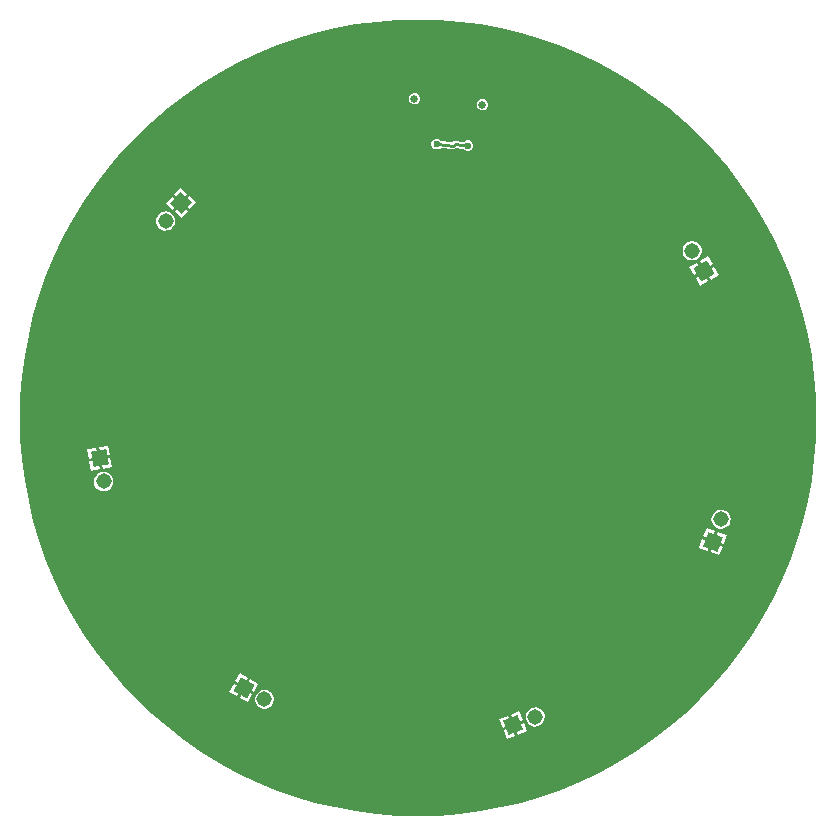
<source format=gbl>
G04*
G04 #@! TF.GenerationSoftware,Altium Limited,Altium Designer,25.8.1 (18)*
G04*
G04 Layer_Physical_Order=2*
G04 Layer_Color=16711680*
%FSLAX44Y44*%
%MOMM*%
G71*
G04*
G04 #@! TF.SameCoordinates,47027A52-A871-4FAA-A7FE-F427427C3117*
G04*
G04*
G04 #@! TF.FilePolarity,Positive*
G04*
G01*
G75*
%ADD138C,0.2540*%
%ADD141C,0.6500*%
G04:AMPARAMS|DCode=142|XSize=2.1mm|YSize=1mm|CornerRadius=0mm|HoleSize=0mm|Usage=FLASHONLY|Rotation=265.000|XOffset=0mm|YOffset=0mm|HoleType=Round|Shape=Round|*
%AMOVALD142*
21,1,1.1000,1.0000,0.0000,0.0000,265.0*
1,1,1.0000,0.0479,0.5479*
1,1,1.0000,-0.0479,-0.5479*
%
%ADD142OVALD142*%

G04:AMPARAMS|DCode=143|XSize=1.8mm|YSize=1mm|CornerRadius=0.25mm|HoleSize=0mm|Usage=FLASHONLY|Rotation=265.000|XOffset=0mm|YOffset=0mm|HoleType=Round|Shape=RoundedRectangle|*
%AMROUNDEDRECTD143*
21,1,1.8000,0.5000,0,0,265.0*
21,1,1.3000,1.0000,0,0,265.0*
1,1,0.5000,-0.3057,-0.6257*
1,1,0.5000,-0.1924,0.6693*
1,1,0.5000,0.3057,0.6257*
1,1,0.5000,0.1924,-0.6693*
%
%ADD143ROUNDEDRECTD143*%
%ADD144C,1.3080*%
%ADD145P,1.8498X4X114.94*%
%ADD146P,1.8498X4X165.777*%
%ADD147P,1.8498X4X65.413*%
%ADD148P,1.8498X4X273.587*%
%ADD149P,1.8498X4X375.842*%
%ADD150P,1.8498X4X324.649*%
%ADD151C,0.6000*%
G36*
X1497647Y1316732D02*
X1515246Y1315347D01*
X1532749Y1313042D01*
X1550107Y1309825D01*
X1567272Y1305704D01*
X1584199Y1300690D01*
X1600840Y1294798D01*
X1617149Y1288042D01*
X1633083Y1280442D01*
X1648597Y1272019D01*
X1663649Y1262795D01*
X1678198Y1252796D01*
X1692203Y1242049D01*
X1705627Y1230584D01*
X1718432Y1218432D01*
X1730584Y1205627D01*
X1742049Y1192203D01*
X1752796Y1178198D01*
X1762795Y1163649D01*
X1772018Y1148597D01*
X1780442Y1133083D01*
X1788042Y1117149D01*
X1794798Y1100839D01*
X1800690Y1084199D01*
X1805704Y1067272D01*
X1809825Y1050107D01*
X1813042Y1032749D01*
X1815347Y1015246D01*
X1816732Y997647D01*
X1817194Y980000D01*
X1816732Y962353D01*
X1815347Y944754D01*
X1813042Y927251D01*
X1809825Y909893D01*
X1805704Y892728D01*
X1800690Y875801D01*
X1794798Y859161D01*
X1788042Y842851D01*
X1780442Y826917D01*
X1772018Y811403D01*
X1762795Y796351D01*
X1752796Y781802D01*
X1742049Y767797D01*
X1730584Y754373D01*
X1718432Y741568D01*
X1705627Y729416D01*
X1692203Y717951D01*
X1678198Y707204D01*
X1663649Y697205D01*
X1648597Y687981D01*
X1633083Y679558D01*
X1617149Y671958D01*
X1600840Y665202D01*
X1584199Y659309D01*
X1567272Y654296D01*
X1550107Y650175D01*
X1532749Y646957D01*
X1515246Y644653D01*
X1497647Y643268D01*
X1480000Y642806D01*
X1462353Y643268D01*
X1444754Y644653D01*
X1427251Y646957D01*
X1409893Y650175D01*
X1392728Y654296D01*
X1375801Y659309D01*
X1359160Y665202D01*
X1342851Y671958D01*
X1326917Y679558D01*
X1311403Y687981D01*
X1296351Y697205D01*
X1281802Y707204D01*
X1267797Y717951D01*
X1254373Y729416D01*
X1241568Y741568D01*
X1229416Y754373D01*
X1217951Y767797D01*
X1207204Y781802D01*
X1197205Y796351D01*
X1187981Y811403D01*
X1179558Y826917D01*
X1171958Y842851D01*
X1165202Y859161D01*
X1159309Y875801D01*
X1154296Y892728D01*
X1150175Y909893D01*
X1146957Y927251D01*
X1144653Y944754D01*
X1143268Y962353D01*
X1142806Y980000D01*
X1143268Y997647D01*
X1144653Y1015246D01*
X1146957Y1032749D01*
X1150175Y1050107D01*
X1154296Y1067272D01*
X1159309Y1084199D01*
X1165202Y1100839D01*
X1171958Y1117149D01*
X1179558Y1133083D01*
X1187981Y1148597D01*
X1197205Y1163649D01*
X1207204Y1178198D01*
X1217951Y1192203D01*
X1229416Y1205627D01*
X1241568Y1218432D01*
X1254373Y1230584D01*
X1267797Y1242049D01*
X1281802Y1252796D01*
X1296351Y1262795D01*
X1311403Y1272019D01*
X1326917Y1280442D01*
X1342851Y1288042D01*
X1359160Y1294798D01*
X1375801Y1300690D01*
X1392728Y1305704D01*
X1409893Y1309825D01*
X1427251Y1313042D01*
X1444754Y1315347D01*
X1462353Y1316732D01*
X1480000Y1317194D01*
X1497647Y1316732D01*
D02*
G37*
%LPC*%
G36*
X1476184Y1255136D02*
X1474375Y1254566D01*
X1472921Y1253346D01*
X1472045Y1251663D01*
X1471879Y1249772D01*
X1472450Y1247962D01*
X1473670Y1246509D01*
X1475353Y1245633D01*
X1477243Y1245467D01*
X1479053Y1246038D01*
X1480507Y1247258D01*
X1481383Y1248941D01*
X1481548Y1250831D01*
X1480978Y1252641D01*
X1479758Y1254095D01*
X1478075Y1254971D01*
X1476184Y1255136D01*
D02*
G37*
G36*
X1533765Y1250099D02*
X1531955Y1249528D01*
X1530501Y1248308D01*
X1529625Y1246625D01*
X1529460Y1244735D01*
X1530030Y1242925D01*
X1531250Y1241471D01*
X1532933Y1240595D01*
X1534824Y1240430D01*
X1536633Y1241000D01*
X1538087Y1242220D01*
X1538963Y1243903D01*
X1539129Y1245794D01*
X1538558Y1247604D01*
X1537338Y1249057D01*
X1535655Y1249933D01*
X1533765Y1250099D01*
D02*
G37*
G36*
X1496582Y1216326D02*
X1494782D01*
X1493119Y1215638D01*
X1491847Y1214365D01*
X1491158Y1212702D01*
Y1210902D01*
X1491847Y1209240D01*
X1493119Y1207967D01*
X1494782Y1207278D01*
X1496582D01*
X1498245Y1207967D01*
X1498936Y1208658D01*
X1509699Y1207716D01*
X1509699Y1207716D01*
X1509700Y1207716D01*
X1510270Y1207779D01*
X1510804Y1207837D01*
X1510804Y1207837D01*
X1510804Y1207838D01*
X1511214Y1208062D01*
X1511779Y1208372D01*
X1511779Y1208372D01*
X1511779Y1208372D01*
X1511958Y1208523D01*
X1517966Y1207997D01*
X1517983Y1207957D01*
X1519256Y1206684D01*
X1520918Y1205996D01*
X1522718D01*
X1524381Y1206684D01*
X1525654Y1207957D01*
X1526342Y1209620D01*
Y1211420D01*
X1525654Y1213082D01*
X1524381Y1214355D01*
X1522718Y1215044D01*
X1520918D01*
X1519256Y1214355D01*
X1518565Y1213664D01*
X1511279Y1214301D01*
X1511278Y1214301D01*
X1511278Y1214301D01*
X1510693Y1214237D01*
X1510174Y1214180D01*
X1510173Y1214180D01*
X1510173Y1214180D01*
X1509793Y1213972D01*
X1509199Y1213646D01*
X1509199Y1213645D01*
X1509199Y1213645D01*
X1509020Y1213495D01*
X1499534Y1214325D01*
X1499517Y1214365D01*
X1498245Y1215638D01*
X1496582Y1216326D01*
D02*
G37*
G36*
X1278508Y1174468D02*
X1273342Y1168611D01*
X1279199Y1163445D01*
X1284365Y1169302D01*
X1278508Y1174468D01*
D02*
G37*
G36*
X1286270Y1167622D02*
X1281104Y1161764D01*
X1286961Y1156598D01*
X1292127Y1162455D01*
X1286270Y1167622D01*
D02*
G37*
G36*
X1271661Y1166706D02*
X1266495Y1160848D01*
X1272352Y1155682D01*
X1277518Y1161540D01*
X1271661Y1166706D01*
D02*
G37*
G36*
X1279423Y1159859D02*
X1274257Y1154002D01*
X1280114Y1148836D01*
X1285281Y1154693D01*
X1279423Y1159859D01*
D02*
G37*
G36*
X1266637Y1154766D02*
X1264518Y1154633D01*
X1262505Y1153957D01*
X1260736Y1152782D01*
X1259332Y1151190D01*
X1258387Y1149288D01*
X1257967Y1147207D01*
X1258100Y1145088D01*
X1258777Y1143075D01*
X1259951Y1141306D01*
X1261544Y1139902D01*
X1263445Y1138957D01*
X1265527Y1138537D01*
X1267646Y1138670D01*
X1269658Y1139347D01*
X1271427Y1140521D01*
X1272832Y1142114D01*
X1273776Y1144015D01*
X1274196Y1146097D01*
X1274064Y1148216D01*
X1273387Y1150228D01*
X1272212Y1151997D01*
X1270620Y1153402D01*
X1268718Y1154346D01*
X1266637Y1154766D01*
D02*
G37*
G36*
X1712880Y1129445D02*
X1710757Y1129416D01*
X1708713Y1128838D01*
X1706889Y1127752D01*
X1705408Y1126230D01*
X1704371Y1124377D01*
X1703850Y1122319D01*
X1703879Y1120196D01*
X1704456Y1118153D01*
X1705542Y1116328D01*
X1707064Y1114847D01*
X1708917Y1113811D01*
X1710975Y1113289D01*
X1713098Y1113318D01*
X1715142Y1113895D01*
X1716966Y1114982D01*
X1718447Y1116503D01*
X1719483Y1118356D01*
X1720005Y1120415D01*
X1719976Y1122538D01*
X1719399Y1124581D01*
X1718313Y1126405D01*
X1716791Y1127886D01*
X1714938Y1128923D01*
X1712880Y1129445D01*
D02*
G37*
G36*
X1725316Y1116631D02*
X1718606Y1112634D01*
X1722603Y1105924D01*
X1729313Y1109921D01*
X1725316Y1116631D01*
D02*
G37*
G36*
X1716424Y1111335D02*
X1709714Y1107338D01*
X1713710Y1100628D01*
X1720421Y1104624D01*
X1716424Y1111335D01*
D02*
G37*
G36*
X1730612Y1107738D02*
X1723902Y1103742D01*
X1727899Y1097032D01*
X1734609Y1101028D01*
X1730612Y1107738D01*
D02*
G37*
G36*
X1721720Y1102442D02*
X1715010Y1098446D01*
X1719006Y1091736D01*
X1725717Y1095732D01*
X1721720Y1102442D01*
D02*
G37*
G36*
X1217729Y956275D02*
X1210030Y954966D01*
X1211338Y947267D01*
X1219038Y948576D01*
X1217729Y956275D01*
D02*
G37*
G36*
X1207525Y954541D02*
X1199826Y953232D01*
X1201135Y945532D01*
X1208834Y946841D01*
X1207525Y954541D01*
D02*
G37*
G36*
X1219464Y946072D02*
X1211764Y944763D01*
X1213073Y937063D01*
X1220773Y938372D01*
X1219464Y946072D01*
D02*
G37*
G36*
X1209260Y944337D02*
X1201561Y943028D01*
X1202870Y935329D01*
X1210569Y936637D01*
X1209260Y944337D01*
D02*
G37*
G36*
X1213347Y934213D02*
X1211253Y933857D01*
X1209324Y932972D01*
X1207689Y931617D01*
X1206460Y929885D01*
X1205722Y927894D01*
X1205524Y925780D01*
X1205880Y923687D01*
X1206765Y921757D01*
X1208120Y920122D01*
X1209852Y918894D01*
X1211842Y918155D01*
X1213957Y917957D01*
X1216050Y918313D01*
X1217980Y919199D01*
X1219615Y920554D01*
X1220843Y922285D01*
X1221581Y924276D01*
X1221779Y926390D01*
X1221424Y928483D01*
X1220538Y930413D01*
X1219183Y932048D01*
X1217451Y933277D01*
X1215461Y934015D01*
X1213347Y934213D01*
D02*
G37*
G36*
X1736123Y902193D02*
X1734032Y901827D01*
X1732106Y900931D01*
X1730478Y899568D01*
X1729259Y897830D01*
X1728530Y895836D01*
X1728343Y893721D01*
X1728710Y891629D01*
X1729605Y889704D01*
X1730968Y888076D01*
X1732706Y886857D01*
X1734700Y886128D01*
X1736815Y885941D01*
X1738907Y886307D01*
X1740832Y887203D01*
X1742460Y888566D01*
X1743680Y890304D01*
X1744408Y892298D01*
X1744595Y894413D01*
X1744229Y896505D01*
X1743334Y898430D01*
X1741971Y900058D01*
X1740233Y901278D01*
X1738238Y902006D01*
X1736123Y902193D01*
D02*
G37*
G36*
X1724194Y886924D02*
X1721515Y879588D01*
X1728851Y876909D01*
X1731530Y884246D01*
X1724194Y886924D01*
D02*
G37*
G36*
X1733916Y883374D02*
X1731237Y876038D01*
X1738574Y873359D01*
X1741252Y880695D01*
X1733916Y883374D01*
D02*
G37*
G36*
X1720644Y877202D02*
X1717965Y869866D01*
X1725301Y867187D01*
X1727980Y874523D01*
X1720644Y877202D01*
D02*
G37*
G36*
X1730366Y873652D02*
X1727687Y866316D01*
X1735023Y863637D01*
X1737702Y870973D01*
X1730366Y873652D01*
D02*
G37*
G36*
X1328879Y763769D02*
X1325074Y756948D01*
X1331894Y753143D01*
X1335699Y759963D01*
X1328879Y763769D01*
D02*
G37*
G36*
X1337917Y758726D02*
X1334112Y751906D01*
X1340932Y748100D01*
X1344737Y754921D01*
X1337917Y758726D01*
D02*
G37*
G36*
X1323836Y754730D02*
X1320031Y747910D01*
X1326851Y744105D01*
X1330656Y750925D01*
X1323836Y754730D01*
D02*
G37*
G36*
X1332874Y749688D02*
X1329069Y742867D01*
X1335889Y739062D01*
X1339695Y745882D01*
X1332874Y749688D01*
D02*
G37*
G36*
X1350793Y749749D02*
X1348669Y749718D01*
X1346627Y749138D01*
X1344804Y748050D01*
X1343325Y746527D01*
X1342290Y744672D01*
X1341771Y742614D01*
X1341802Y740491D01*
X1342381Y738448D01*
X1343470Y736625D01*
X1344993Y735146D01*
X1346848Y734111D01*
X1348906Y733592D01*
X1351030Y733623D01*
X1353072Y734203D01*
X1354895Y735291D01*
X1356374Y736814D01*
X1357409Y738669D01*
X1357928Y740727D01*
X1357897Y742850D01*
X1357318Y744893D01*
X1356229Y746716D01*
X1354706Y748195D01*
X1352851Y749230D01*
X1350793Y749749D01*
D02*
G37*
G36*
X1565732Y731437D02*
X1558412Y728713D01*
X1561136Y721393D01*
X1568456Y724117D01*
X1565732Y731437D01*
D02*
G37*
G36*
X1579429Y734864D02*
X1577316Y734663D01*
X1575325Y733923D01*
X1573595Y732692D01*
X1572242Y731056D01*
X1571358Y729125D01*
X1571005Y727032D01*
X1571205Y724918D01*
X1571946Y722928D01*
X1573176Y721197D01*
X1574812Y719844D01*
X1576743Y718961D01*
X1578837Y718607D01*
X1580951Y718808D01*
X1582941Y719548D01*
X1584671Y720779D01*
X1586024Y722415D01*
X1586908Y724346D01*
X1587261Y726439D01*
X1587061Y728553D01*
X1586320Y730543D01*
X1585090Y732273D01*
X1583454Y733626D01*
X1581523Y734510D01*
X1579429Y734864D01*
D02*
G37*
G36*
X1556032Y727827D02*
X1548712Y725103D01*
X1551436Y717783D01*
X1558756Y720507D01*
X1556032Y727827D01*
D02*
G37*
G36*
X1569342Y721737D02*
X1562022Y719013D01*
X1564746Y711693D01*
X1572066Y714417D01*
X1569342Y721737D01*
D02*
G37*
G36*
X1559642Y718127D02*
X1552322Y715403D01*
X1555046Y708083D01*
X1562366Y710807D01*
X1559642Y718127D01*
D02*
G37*
%LPD*%
D138*
X1509947Y1210554D02*
X1511030Y1211463D01*
X1521818Y1210520D01*
X1495682Y1211802D02*
X1509947Y1210554D01*
D141*
X1476714Y1250302D02*
D03*
X1534294Y1245264D02*
D03*
D142*
X1462033Y1246567D02*
D03*
X1548104Y1239037D02*
D03*
D143*
X1465676Y1288208D02*
D03*
X1551747Y1280678D02*
D03*
D144*
X1736469Y894067D02*
D03*
X1266082Y1146652D02*
D03*
X1213652Y926085D02*
D03*
X1711927Y1121367D02*
D03*
X1579133Y726736D02*
D03*
X1349850Y741671D02*
D03*
D145*
X1729609Y875281D02*
D03*
D146*
X1722161Y1104183D02*
D03*
D147*
X1560389Y719760D02*
D03*
D148*
X1279311Y1161652D02*
D03*
D149*
X1332384Y751415D02*
D03*
D150*
X1210299Y945802D02*
D03*
D151*
X1564090Y1159428D02*
D03*
X1566879Y1202337D02*
D03*
X1612295Y1062667D02*
D03*
X1347490Y1066053D02*
D03*
X1327664Y942018D02*
D03*
X1409178Y841003D02*
D03*
X1541735Y834560D02*
D03*
X1634548Y938589D02*
D03*
X1726817Y837500D02*
D03*
X1639936Y880620D02*
D03*
X1717200Y911938D02*
D03*
X1671273Y829326D02*
D03*
X1634532Y1248985D02*
D03*
X1576843Y1297603D02*
D03*
X1583866Y1289552D02*
D03*
X1575072Y1241416D02*
D03*
X1564761Y1242266D02*
D03*
X1564743Y1232532D02*
D03*
X1557008Y1227354D02*
D03*
X1685903Y1117713D02*
D03*
X1539794Y1303032D02*
D03*
X1527033Y1308447D02*
D03*
X1517315Y1303755D02*
D03*
X1508934Y1309663D02*
D03*
X1495225Y1305494D02*
D03*
X1533637Y1216017D02*
D03*
X1522396Y1222989D02*
D03*
X1528711Y1222513D02*
D03*
X1514894Y1150651D02*
D03*
X1749691Y1078160D02*
D03*
X1720952Y1029931D02*
D03*
X1661391Y1038027D02*
D03*
X1514946Y1074601D02*
D03*
X1580221Y752993D02*
D03*
X1529837Y697361D02*
D03*
X1506245Y791440D02*
D03*
X1483875Y1307323D02*
D03*
X1466999Y1229348D02*
D03*
X1451054Y1305084D02*
D03*
X1441704Y1304780D02*
D03*
X1460195Y1230643D02*
D03*
X1473632Y1228810D02*
D03*
X1360884Y1124028D02*
D03*
X1295668Y1195821D02*
D03*
X1350375Y1183211D02*
D03*
X1277520Y1122992D02*
D03*
X1290830Y985606D02*
D03*
X1351835Y839115D02*
D03*
X1487566Y734307D02*
D03*
X1370542Y757871D02*
D03*
X1238192Y1014627D02*
D03*
X1194000Y980000D02*
D03*
X1239244Y920113D02*
D03*
X1296231Y816283D02*
D03*
X1295520Y760146D02*
D03*
X1521818Y1210520D02*
D03*
X1495682Y1211802D02*
D03*
M02*

</source>
